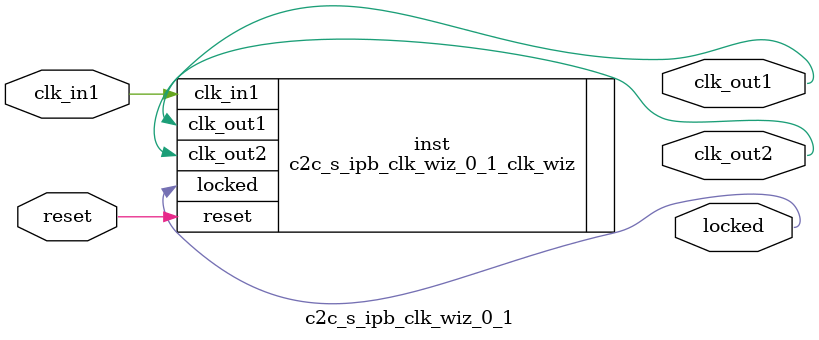
<source format=v>


`timescale 1ps/1ps

(* CORE_GENERATION_INFO = "c2c_s_ipb_clk_wiz_0_1,clk_wiz_v6_0_3_0_0,{component_name=c2c_s_ipb_clk_wiz_0_1,use_phase_alignment=true,use_min_o_jitter=false,use_max_i_jitter=false,use_dyn_phase_shift=false,use_inclk_switchover=false,use_dyn_reconfig=false,enable_axi=0,feedback_source=FDBK_AUTO,PRIMITIVE=MMCM,num_out_clk=2,clkin1_period=8.001,clkin2_period=10.000,use_power_down=false,use_reset=true,use_locked=true,use_inclk_stopped=false,feedback_type=SINGLE,CLOCK_MGR_TYPE=NA,manual_override=false}" *)

module c2c_s_ipb_clk_wiz_0_1 
 (
  // Clock out ports
  output        clk_out1,
  output        clk_out2,
  // Status and control signals
  input         reset,
  output        locked,
 // Clock in ports
  input         clk_in1
 );

  c2c_s_ipb_clk_wiz_0_1_clk_wiz inst
  (
  // Clock out ports  
  .clk_out1(clk_out1),
  .clk_out2(clk_out2),
  // Status and control signals               
  .reset(reset), 
  .locked(locked),
 // Clock in ports
  .clk_in1(clk_in1)
  );

endmodule

</source>
